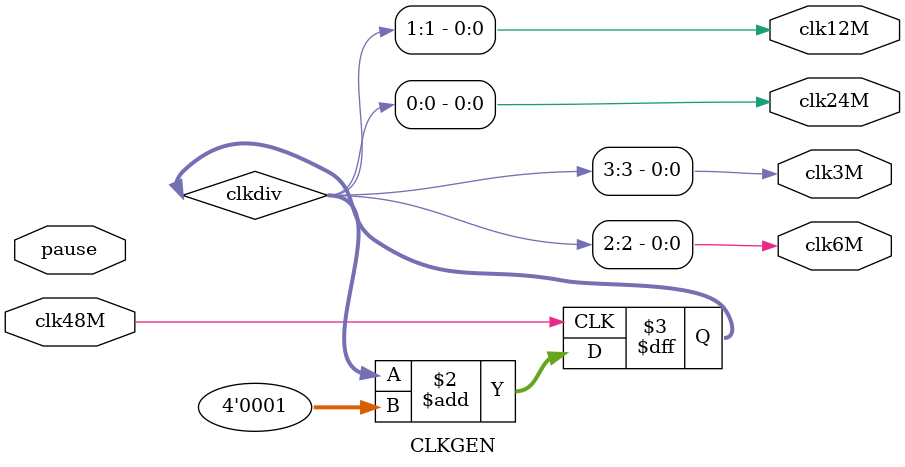
<source format=v>
/*******************************************************
   FPGA Implimentation of "Green Beret" (Top Module)
********************************************************/
// Copyright (c) 2013,19 MiSTer-X

module FPGA_JailBreak
(
	input				clk48M,
	input				reset,

	input	  [5:0]	INP0,			// Control Panel
	input	  [5:0]	INP1,
	input	  [3:0]	INP2,

	input	  [7:0]	DSW0,			// DipSWs
	input	  [7:0]	DSW1,
	input	  [7:0]	DSW2,
	
	
	input   [8:0]  PH,         // PIXEL H
	input   [8:0]  PV,         // PIXEL V
	output         PCLK,       // PIXEL CLOCK (to VGA encoder)
	output [11:0]  POUT, 	   // PIXEL OUT

	output  [7:0]  SND,			// Sound Out


	input				ROMCL,		// Downloaded ROM image
	input  [17:0]  ROMAD,
	input   [7:0]  ROMDT,
	input				ROMEN,

	input   [7:0]  title,
	input				pause,

	input  [15:0]	hs_address,
	input   [7:0]	hs_data_in,
	output  [7:0]	hs_data_out,
	input				hs_write,
	input				hs_access
);

// Clocks
wire clk24M, clk12M, clk6M, clk3M;
CLKGEN clks( clk48M, pause, clk24M, clk12M, clk6M, clk3M );

wire   VCLKx8 = clk48M;
wire   VCLKx4 = clk24M;
wire   VCLKx2 = clk12M;
wire   VCLK = clk6M;

// CPU overclocked for now to mitigate screen tearing
wire   cpu_overclock = ~clk6M;
wire   CPUCL = ~clk3M;


// Main
wire			CPUMX, CPUWR, VIDDV;
wire  [7:0]	CPUWD, VIDRD;
wire [15:0]	CPUAD;


MAIN cpu
(
	cpu_overclock, reset,

	PH,PV,
	INP0,INP1,INP2,
	DSW0,DSW1,DSW2,

	CPUMX, CPUAD,
	CPUWR, CPUWD,
	VIDDV, VIDRD,
	vlm_busy,

	ROMCL,ROMAD,ROMDT,ROMEN,

	title,
	pause
);


// Video
VIDEO vid
(
	VCLKx8, VCLKx4, VCLKx2, VCLK,
	PH, PV, 1'b0, 1'b0,
	PCLK, POUT,

	CPUCL,
	CPUMX, CPUAD,
	CPUWR, CPUWD,
	VIDDV, VIDRD,

	ROMCL,ROMAD,ROMDT,ROMEN,

	hs_address,hs_data_in,hs_data_out,hs_write,hs_access
);


// Sound
SOUND snd
(
	clk48M, reset,
	SND,

	CPUCL,
	CPUMX, CPUAD,
	CPUWR, CPUWD,
	vlm_busy,

	pause
);

endmodule


//----------------------------------
//  Clock Generator
//----------------------------------
module CLKGEN
(
	input   clk48M,
	input	pause,

	output	clk24M,
	output	clk12M,
	output	clk6M,
	output	clk3M
);

reg [3:0] clkdiv;
always @( posedge clk48M )
begin
	clkdiv <= clkdiv+4'd1;
end

assign clk24M = clkdiv[0];
assign clk12M = clkdiv[1];
assign clk6M  = clkdiv[2];
assign clk3M  = clkdiv[3];

endmodule



</source>
